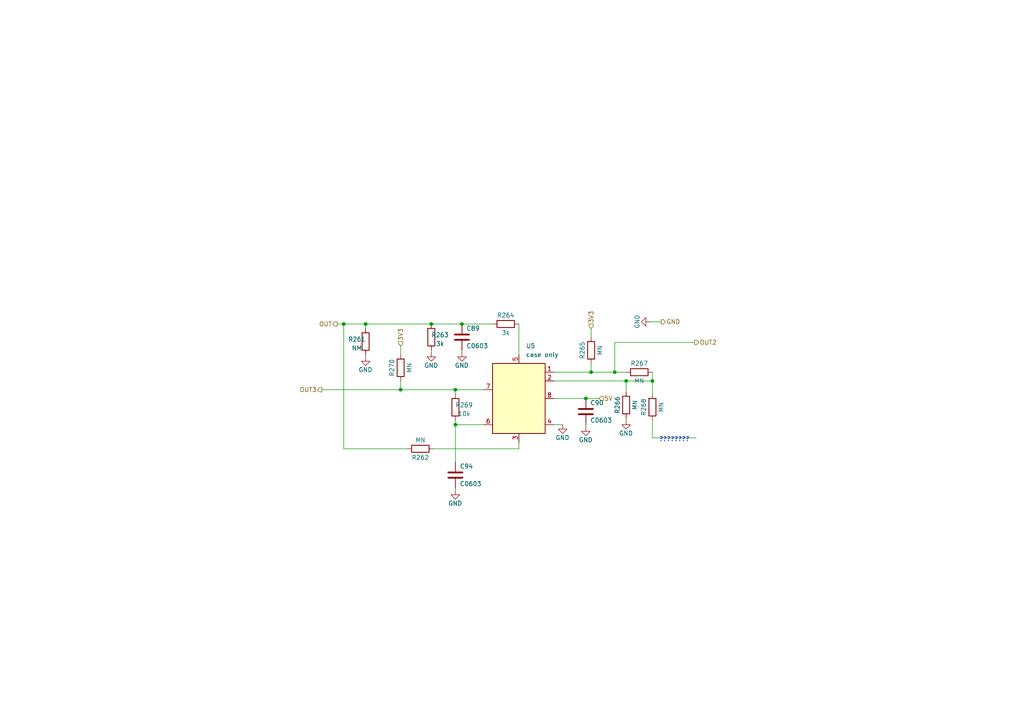
<source format=kicad_sch>
(kicad_sch (version 20211123) (generator eeschema)
  (paper "A4")
  (lib_symbols
    (symbol "Device:C" (pin_numbers hide) (pin_names (offset 0.254))
      (property "Reference" "C" (at 0.635 2.54 0))
      (property "Value" "C" (at 0.635 -2.54 0))
      (symbol "C_0_1"
        (polyline (pts (xy -2.032 -0.762) (xy 2.032 -0.762)) (stroke (width 0.508)))
        (polyline (pts (xy -2.032 0.762) (xy 2.032 0.762)) (stroke (width 0.508)))
      )
      (symbol "C_1_1"
        (pin passive line (at 0 3.81 270) (length 2.794) (name "~") (number "1"))
        (pin passive line (at 0 -3.81 90) (length 2.794) (name "~") (number "2"))
      )
    )
    (symbol "Device:R" (pin_numbers hide) (pin_names (offset 0))
      (property "Reference" "R" (at 2.032 0 90))
      (property "Value" "R" (at 0 0 90))
      (symbol "R_0_1"
        (rectangle (start -1.016 -2.54) (end 1.016 2.54) (stroke (width 0.254)))
      )
      (symbol "R_1_1"
        (pin passive line (at 0 3.81 270) (length 1.27) (name "~") (number "1"))
        (pin passive line (at 0 -3.81 90) (length 1.27) (name "~") (number "2"))
      )
    )
    (symbol "Regulator_Controller:L6727" (pin_names hide)
      (property "Reference" "U" (at -7.62 11.43 0))
      (property "Value" "L6727" (at 1.27 11.43 0))
      (symbol "L6727_0_0"
        (rectangle (start -7.62 10.16) (end 7.62 -10.16) (stroke (width 0.254)) (fill (type background)))
      )
      (symbol "L6727_1_1"
        (pin input line (at 10.16 7.62 180) (length 2.54) (name "BOOT") (number "1"))
        (pin output line (at 10.16 5.08 180) (length 2.54) (name "UGATE") (number "2"))
        (pin power_in line (at 0 -12.7 90) (length 2.54) (name "GND") (number "3"))
        (pin output line (at 10.16 -7.62 180) (length 2.54) (name "LGATE") (number "4"))
        (pin power_in line (at 0 12.7 270) (length 2.54) (name "VCC") (number "5"))
        (pin input line (at -10.16 -7.62 0) (length 2.54) (name "FB") (number "6"))
        (pin input line (at -10.16 2.54 0) (length 2.54) (name "COMP/DIS/OC") (number "7"))
        (pin passive line (at 10.16 0 180) (length 2.54) (name "PHASE") (number "8"))
      )
    )
    (symbol "power:GND" (power) (pin_names (offset 0))
      (property "Value" "GND" (at 0 -3.81 0))
      (symbol "GND_0_1"
        (polyline (pts (xy 0 0) (xy 0 -1.27) (xy 1.27 -1.27) (xy 0 -2.54) (xy -1.27 -1.27) (xy 0 -1.27)))
      )
      (symbol "GND_1_1"
        (pin power_in line (at 0 0 270) (length 0) hide (name "GND") (number "1"))
      )
    )
  )
  (junction (at 99.695 93.98))
  (junction (at 189.23 110.49))
  (junction (at 171.45 107.95))
  (junction (at 181.61 110.49))
  (junction (at 132.08 123.19))
  (junction (at 125.095 93.98))
  (junction (at 178.308 107.95))
  (junction (at 132.08 113.03))
  (junction (at 169.926 115.57))
  (junction (at 106.045 93.98))
  (junction (at 133.985 93.98))
  (junction (at 116.205 113.03))
  (wire (pts (xy 171.45 95.25) (xy 171.45 97.79)))
  (wire (pts (xy 93.345 113.03) (xy 116.205 113.03)))
  (wire (pts (xy 178.308 99.314) (xy 178.308 107.95)))
  (wire (pts (xy 132.08 121.92) (xy 132.08 123.19)))
  (wire (pts (xy 160.655 115.57) (xy 169.926 115.57)))
  (wire (pts (xy 189.23 127) (xy 189.23 121.92)))
  (wire (pts (xy 97.79 93.98) (xy 99.695 93.98)))
  (wire (pts (xy 160.655 123.19) (xy 163.195 123.19)))
  (wire (pts (xy 160.655 107.95) (xy 171.45 107.95)))
  (wire (pts (xy 171.45 105.41) (xy 171.45 107.95)))
  (wire (pts (xy 99.695 130.175) (xy 99.695 93.98)))
  (wire (pts (xy 106.045 102.87) (xy 106.045 103.505)))
  (wire (pts (xy 116.205 110.49) (xy 116.205 113.03)))
  (wire (pts (xy 132.08 113.03) (xy 132.08 114.3)))
  (wire (pts (xy 169.926 115.57) (xy 173.736 115.57)))
  (wire (pts (xy 132.08 123.19) (xy 132.08 133.985)))
  (wire (pts (xy 140.335 113.03) (xy 132.08 113.03)))
  (wire (pts (xy 160.655 110.49) (xy 181.61 110.49)))
  (wire (pts (xy 132.08 123.19) (xy 140.335 123.19)))
  (wire (pts (xy 181.61 110.49) (xy 189.23 110.49)))
  (wire (pts (xy 116.205 100.33) (xy 116.205 102.87)))
  (wire (pts (xy 116.205 113.03) (xy 132.08 113.03)))
  (wire (pts (xy 125.095 93.98) (xy 133.985 93.98)))
  (wire (pts (xy 150.495 128.27) (xy 150.495 130.175)))
  (wire (pts (xy 201.93 127) (xy 189.23 127)))
  (wire (pts (xy 132.08 141.605) (xy 132.08 142.24)))
  (wire (pts (xy 133.985 101.6) (xy 133.985 102.235)))
  (wire (pts (xy 133.985 93.98) (xy 142.875 93.98)))
  (wire (pts (xy 106.045 93.98) (xy 106.045 95.25)))
  (wire (pts (xy 99.695 93.98) (xy 106.045 93.98)))
  (wire (pts (xy 201.422 99.314) (xy 178.308 99.314)))
  (wire (pts (xy 189.23 110.49) (xy 189.23 114.3)))
  (wire (pts (xy 181.61 121.285) (xy 181.61 121.92)))
  (wire (pts (xy 118.11 130.175) (xy 99.695 130.175)))
  (wire (pts (xy 150.495 93.98) (xy 150.495 102.87)))
  (wire (pts (xy 188.595 93.345) (xy 191.77 93.345)))
  (wire (pts (xy 171.45 107.95) (xy 178.308 107.95)))
  (wire (pts (xy 181.61 110.49) (xy 181.61 113.665)))
  (wire (pts (xy 125.73 130.175) (xy 150.495 130.175)))
  (wire (pts (xy 169.926 123.19) (xy 169.926 123.825)))
  (wire (pts (xy 178.308 107.95) (xy 181.61 107.95)))
  (wire (pts (xy 106.045 93.98) (xy 125.095 93.98)))
  (wire (pts (xy 125.095 101.6) (xy 125.095 102.235)))
  (wire (pts (xy 189.23 107.95) (xy 189.23 110.49)))
  (text "????????\n" (at 200.025 128.27 180) (effects (font (size 1.27 1.27)) (justify right bottom)))
  (hierarchical_label "3V3" (shape input) (at 171.45 95.25 90))
  (hierarchical_label "GND" (shape output) (at 191.77 93.345 0))
  (hierarchical_label "OUT3" (shape output) (at 93.345 113.03 180))
  (hierarchical_label "OUT" (shape output) (at 97.79 93.98 180))
  (hierarchical_label "3V3" (shape input) (at 116.205 100.33 90))
  (hierarchical_label "5V" (shape input) (at 173.736 115.57 0))
  (hierarchical_label "OUT2" (shape output) (at 201.422 99.314 0))
  (symbol (lib_id "power:GND") (at 125.095 102.235 0) (mirror y) (unit 1)
    (property "Reference" "#PWR0378" (effects hide))
    (property "Value" "GND" (at 127.088 105.9991 0) (effects (justify left)))
  )
  (symbol (lib_id "power:GND") (at 181.61 121.92 0) (mirror y) (unit 1)
    (property "Reference" "#PWR0373" (effects hide))
    (property "Value" "GND" (at 183.603 125.6841 0) (effects (justify left)))
  )
  (symbol (lib_id "Device:C") (at 132.08 137.795 0) (unit 1)
    (property "Reference" "C94" (at 133.35 135.255 0) (effects (justify left)))
    (property "Value" "C0603" (at 133.35 140.335 0) (effects (justify left)))
    (property "Footprint" "Capacitor_SMD:C_0603_1608Metric" (effects hide))
    (property "PageName" "stm32f407_board" (effects hide))
    (property "Part #" "C0603" (effects hide))
  )
  (symbol (lib_id "Device:R") (at 189.23 118.11 0) (mirror y) (unit 1)
    (property "Reference" "R268" (at 186.69 118.11 90))
    (property "Value" "MN" (at 191.77 118.11 90))
    (property "Footprint" "Resistor_SMD:R_0603_1608Metric" (effects hide))
  )
  (symbol (lib_id "power:GND") (at 133.985 102.235 0) (mirror y) (unit 1)
    (property "Reference" "#PWR0380" (effects hide))
    (property "Value" "GND" (at 135.978 105.9991 0) (effects (justify left)))
  )
  (symbol (lib_id "Device:R") (at 121.92 130.175 270) (unit 1)
    (property "Reference" "R262" (at 121.92 132.715 90))
    (property "Value" "MN" (at 121.92 127.635 90))
    (property "Footprint" "Resistor_SMD:R_0603_1608Metric" (effects hide))
  )
  (symbol (lib_id "Device:R") (at 181.61 117.475 0) (mirror y) (unit 1)
    (property "Reference" "R266" (at 179.07 117.475 90))
    (property "Value" "MN" (at 184.15 117.475 90))
    (property "Footprint" "Resistor_SMD:R_0603_1608Metric" (effects hide))
  )
  (symbol (lib_id "Device:R") (at 125.095 97.79 0) (mirror y) (unit 1)
    (property "Reference" "R263" (at 127.635 97.155 0))
    (property "Value" "3k" (at 127.635 99.695 0))
    (property "Footprint" "Resistor_SMD:R_0603_1608Metric" (effects hide))
  )
  (symbol (lib_id "power:GND") (at 106.045 103.505 0) (mirror y) (unit 1)
    (property "Reference" "#PWR0379" (effects hide))
    (property "Value" "GND" (at 108.038 107.2691 0) (effects (justify left)))
  )
  (symbol (lib_id "power:GND") (at 163.195 123.19 0) (mirror y) (unit 1)
    (property "Reference" "#PWR0377" (effects hide))
    (property "Value" "GND" (at 165.188 126.9541 0) (effects (justify left)))
  )
  (symbol (lib_id "Device:R") (at 106.045 99.06 0) (unit 1)
    (property "Reference" "R261" (at 103.505 98.425 0))
    (property "Value" "NM" (at 103.505 100.965 0))
    (property "Footprint" "Resistor_SMD:R_0603_1608Metric" (effects hide))
  )
  (symbol (lib_id "Device:R") (at 116.205 106.68 0) (mirror y) (unit 1)
    (property "Reference" "R270" (at 113.665 106.68 90))
    (property "Value" "MN" (at 118.745 106.68 90))
    (property "Footprint" "Resistor_SMD:R_0603_1608Metric" (effects hide))
  )
  (symbol (lib_id "Device:C") (at 169.926 119.38 0) (unit 1)
    (property "Reference" "C90" (at 171.196 116.84 0) (effects (justify left)))
    (property "Value" "C0603" (at 171.196 121.92 0) (effects (justify left)))
    (property "Footprint" "Capacitor_SMD:C_0603_1608Metric" (effects hide))
    (property "PageName" "stm32f407_board" (effects hide))
    (property "Part #" "C0603" (effects hide))
  )
  (symbol (lib_id "power:GND") (at 169.926 123.825 0) (mirror y) (unit 1)
    (property "Reference" "#PWR0376" (effects hide))
    (property "Value" "GND" (at 171.919 127.5891 0) (effects (justify left)))
  )
  (symbol (lib_id "Device:C") (at 133.985 97.79 0) (unit 1)
    (property "Reference" "C89" (at 135.255 95.25 0) (effects (justify left)))
    (property "Value" "C0603" (at 135.255 100.33 0) (effects (justify left)))
    (property "Footprint" "Capacitor_SMD:C_0603_1608Metric" (effects hide))
    (property "PageName" "stm32f407_board" (effects hide))
    (property "Part #" "C0603" (effects hide))
  )
  (symbol (lib_id "Regulator_Controller:L6727") (at 150.495 115.57 0) (unit 1)
    (property "Reference" "U5" (at 152.5144 100.33 0) (effects (justify left)))
    (property "Value" "case only" (at 152.5144 102.87 0) (effects (justify left)))
    (property "Footprint" "Package_SO:SOIC-8_3.9x4.9mm_P1.27mm" (effects hide))
    (property "Datasheet" "http://www.st.com/resource/en/datasheet/l6727.pdf" (effects hide))
  )
  (symbol (lib_id "Device:R") (at 146.685 93.98 270) (mirror x) (unit 1)
    (property "Reference" "R264" (at 146.685 91.44 90))
    (property "Value" "3k" (at 146.685 96.52 90))
    (property "Footprint" "Resistor_SMD:R_0603_1608Metric" (effects hide))
  )
  (symbol (lib_id "power:GND") (at 132.08 142.24 0) (mirror y) (unit 1)
    (property "Reference" "#PWR0381" (effects hide))
    (property "Value" "GND" (at 134.073 146.0041 0) (effects (justify left)))
  )
  (symbol (lib_id "Device:R") (at 171.45 101.6 0) (mirror y) (unit 1)
    (property "Reference" "R265" (at 168.91 101.6 90))
    (property "Value" "MN" (at 173.99 101.6 90))
    (property "Footprint" "Resistor_SMD:R_0603_1608Metric" (effects hide))
  )
  (symbol (lib_id "Device:R") (at 185.42 107.95 270) (mirror x) (unit 1)
    (property "Reference" "R267" (at 185.42 105.41 90))
    (property "Value" "MN" (at 185.42 110.49 90))
    (property "Footprint" "Resistor_SMD:R_0603_1608Metric" (effects hide))
  )
  (symbol (lib_id "power:GND") (at 188.595 93.345 270) (mirror x) (unit 1)
    (property "Reference" "#PWR0372" (effects hide))
    (property "Value" "GND" (at 184.8309 95.338 0) (effects (justify left)))
  )
  (symbol (lib_id "Device:R") (at 132.08 118.11 0) (mirror y) (unit 1)
    (property "Reference" "R269" (at 134.62 117.475 0))
    (property "Value" "10k" (at 134.62 120.015 0))
    (property "Footprint" "Resistor_SMD:R_0603_1608Metric" (effects hide))
  )
)
</source>
